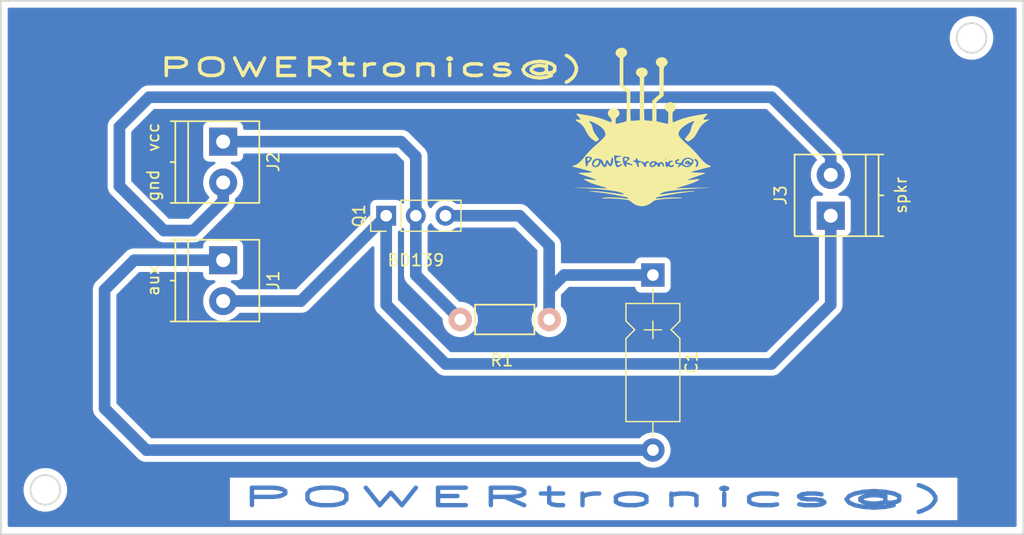
<source format=kicad_pcb>
(kicad_pcb (version 20171130) (host pcbnew "(5.1.6)-1")

  (general
    (thickness 1.6)
    (drawings 9)
    (tracks 32)
    (zones 0)
    (modules 7)
    (nets 6)
  )

  (page A4)
  (layers
    (0 F.Cu signal)
    (31 B.Cu signal)
    (32 B.Adhes user)
    (33 F.Adhes user)
    (34 B.Paste user)
    (35 F.Paste user)
    (36 B.SilkS user)
    (37 F.SilkS user)
    (38 B.Mask user)
    (39 F.Mask user)
    (40 Dwgs.User user)
    (41 Cmts.User user)
    (42 Eco1.User user)
    (43 Eco2.User user)
    (44 Edge.Cuts user)
    (45 Margin user)
    (46 B.CrtYd user)
    (47 F.CrtYd user)
    (48 B.Fab user)
    (49 F.Fab user)
  )

  (setup
    (last_trace_width 0.25)
    (user_trace_width 0.8)
    (user_trace_width 1)
    (user_trace_width 1.2)
    (trace_clearance 0.2)
    (zone_clearance 0.508)
    (zone_45_only no)
    (trace_min 0.2)
    (via_size 0.6)
    (via_drill 0.4)
    (via_min_size 0.4)
    (via_min_drill 0.3)
    (uvia_size 0.3)
    (uvia_drill 0.1)
    (uvias_allowed no)
    (uvia_min_size 0.2)
    (uvia_min_drill 0.1)
    (edge_width 0.15)
    (segment_width 0.2)
    (pcb_text_width 0.3)
    (pcb_text_size 1.5 1.5)
    (mod_edge_width 0.15)
    (mod_text_size 1 1)
    (mod_text_width 0.15)
    (pad_size 1.524 1.524)
    (pad_drill 0.762)
    (pad_to_mask_clearance 0.2)
    (aux_axis_origin 0 0)
    (visible_elements 7FFFFFFF)
    (pcbplotparams
      (layerselection 0x00030_ffffffff)
      (usegerberextensions false)
      (usegerberattributes true)
      (usegerberadvancedattributes true)
      (creategerberjobfile true)
      (excludeedgelayer true)
      (linewidth 0.100000)
      (plotframeref false)
      (viasonmask false)
      (mode 1)
      (useauxorigin false)
      (hpglpennumber 1)
      (hpglpenspeed 20)
      (hpglpendiameter 15.000000)
      (psnegative false)
      (psa4output false)
      (plotreference true)
      (plotvalue true)
      (plotinvisibletext false)
      (padsonsilk false)
      (subtractmaskfromsilk false)
      (outputformat 1)
      (mirror false)
      (drillshape 0)
      (scaleselection 1)
      (outputdirectory "./"))
  )

  (net 0 "")
  (net 1 "Net-(C1-Pad1)")
  (net 2 "Net-(C1-Pad2)")
  (net 3 "Net-(J1-Pad2)")
  (net 4 "Net-(J2-Pad2)")
  (net 5 "Net-(J2-Pad1)")

  (net_class Default "This is the default net class."
    (clearance 0.2)
    (trace_width 0.25)
    (via_dia 0.6)
    (via_drill 0.4)
    (uvia_dia 0.3)
    (uvia_drill 0.1)
    (add_net "Net-(C1-Pad1)")
    (add_net "Net-(C1-Pad2)")
    (add_net "Net-(J1-Pad2)")
    (add_net "Net-(J2-Pad1)")
    (add_net "Net-(J2-Pad2)")
  )

  (module "LOGI:LOGO PT" (layer F.Cu) (tedit 0) (tstamp 5EEDFCD6)
    (at 181.61 81.28)
    (fp_text reference G*** (at 0 0) (layer F.SilkS) hide
      (effects (font (size 1.524 1.524) (thickness 0.3)))
    )
    (fp_text value LOGO (at 0.75 0) (layer F.SilkS) hide
      (effects (font (size 1.524 1.524) (thickness 0.3)))
    )
    (fp_poly (pts (xy -1.277331 -6.757104) (xy -1.117159 -6.688983) (xy -0.996592 -6.562875) (xy -0.96718 -6.503165)
      (xy -0.933895 -6.321159) (xy -0.993473 -6.160494) (xy -1.121564 -6.029336) (xy -1.269707 -5.911061)
      (xy -1.268261 -4.760771) (xy -1.266816 -3.610482) (xy -0.963608 -3.349844) (xy -0.660401 -3.089207)
      (xy -0.6604 -1.798603) (xy -0.660128 -1.434093) (xy -0.658883 -1.145432) (xy -0.656022 -0.923805)
      (xy -0.650901 -0.760395) (xy -0.642878 -0.646385) (xy -0.63131 -0.572958) (xy -0.615553 -0.5313)
      (xy -0.594963 -0.512592) (xy -0.568899 -0.508019) (xy -0.566252 -0.508) (xy -0.466653 -0.512275)
      (xy -0.305335 -0.52335) (xy -0.159852 -0.535197) (xy 0.1524 -0.562394) (xy 0.1524 -4.238799)
      (xy 0.001727 -4.344451) (xy -0.13544 -4.486409) (xy -0.187536 -4.644574) (xy -0.162412 -4.80091)
      (xy -0.067917 -4.937378) (xy 0.0881 -5.035943) (xy 0.297791 -5.078567) (xy 0.321407 -5.079059)
      (xy 0.525408 -5.044103) (xy 0.682139 -4.949725) (xy 0.782643 -4.814918) (xy 0.81796 -4.658676)
      (xy 0.779133 -4.499993) (xy 0.6604 -4.360333) (xy 0.508 -4.241697) (xy 0.508 -2.396015)
      (xy 0.508205 -1.951873) (xy 0.509059 -1.585048) (xy 0.510915 -1.288189) (xy 0.514126 -1.053948)
      (xy 0.519047 -0.874976) (xy 0.526031 -0.743921) (xy 0.535433 -0.653435) (xy 0.547606 -0.596169)
      (xy 0.562905 -0.564772) (xy 0.581683 -0.551895) (xy 0.5969 -0.549965) (xy 0.696991 -0.544856)
      (xy 0.853973 -0.532227) (xy 0.9525 -0.522902) (xy 1.2192 -0.496207) (xy 1.2192 -2.250995)
      (xy 1.524 -2.515509) (xy 1.8288 -2.780024) (xy 1.8288 -3.947922) (xy 1.828799 -5.11582)
      (xy 1.6764 -5.24282) (xy 1.554522 -5.392293) (xy 1.518273 -5.549635) (xy 1.555328 -5.700227)
      (xy 1.653365 -5.82945) (xy 1.80006 -5.922685) (xy 1.983091 -5.965313) (xy 2.190135 -5.942716)
      (xy 2.249813 -5.923059) (xy 2.385358 -5.833612) (xy 2.491446 -5.697445) (xy 2.539486 -5.552498)
      (xy 2.54 -5.537971) (xy 2.500137 -5.407688) (xy 2.397582 -5.270755) (xy 2.275852 -5.172849)
      (xy 2.249367 -5.151486) (xy 2.228526 -5.116841) (xy 2.21266 -5.059497) (xy 2.201098 -4.970036)
      (xy 2.193173 -4.839041) (xy 2.188213 -4.657094) (xy 2.185551 -4.414778) (xy 2.184517 -4.102674)
      (xy 2.1844 -3.886033) (xy 2.1844 -2.654534) (xy 1.5748 -2.15124) (xy 1.5748 -1.310085)
      (xy 1.574799 -0.46893) (xy 1.7907 -0.421962) (xy 1.977476 -0.380045) (xy 2.188029 -0.331019)
      (xy 2.25712 -0.314497) (xy 2.408121 -0.279854) (xy 2.518038 -0.257964) (xy 2.54922 -0.254)
      (xy 2.565506 -0.293558) (xy 2.578799 -0.401156) (xy 2.587697 -0.560176) (xy 2.5908 -0.746286)
      (xy 2.5908 -1.238571) (xy 2.407385 -1.407753) (xy 2.298989 -1.51692) (xy 2.250568 -1.601007)
      (xy 2.246899 -1.691871) (xy 2.253221 -1.730384) (xy 2.329718 -1.904455) (xy 2.469549 -2.029608)
      (xy 2.650353 -2.098492) (xy 2.849772 -2.103756) (xy 3.045444 -2.03805) (xy 3.094902 -2.00707)
      (xy 3.197452 -1.919869) (xy 3.242381 -1.825198) (xy 3.2512 -1.70748) (xy 3.235379 -1.565446)
      (xy 3.173323 -1.460074) (xy 3.0988 -1.390487) (xy 3.030638 -1.330405) (xy 2.9866 -1.273696)
      (xy 2.961419 -1.200725) (xy 2.949827 -1.091854) (xy 2.946558 -0.927445) (xy 2.9464 -0.822243)
      (xy 2.94995 -0.640501) (xy 2.959548 -0.495122) (xy 2.973611 -0.403658) (xy 2.986162 -0.381)
      (xy 3.047582 -0.399563) (xy 3.172521 -0.4485) (xy 3.335278 -0.517684) (xy 3.354462 -0.526129)
      (xy 3.814893 -0.700009) (xy 4.357858 -0.850449) (xy 4.990979 -0.979511) (xy 5.102578 -0.998552)
      (xy 5.350104 -1.039991) (xy 5.569868 -1.077226) (xy 5.737807 -1.106149) (xy 5.8293 -1.122548)
      (xy 5.914416 -1.128747) (xy 5.934629 -1.097196) (xy 5.88795 -1.020379) (xy 5.77239 -0.890777)
      (xy 5.766293 -0.884374) (xy 5.644517 -0.748209) (xy 5.596292 -0.663638) (xy 5.62476 -0.621211)
      (xy 5.733069 -0.611478) (xy 5.8547 -0.618776) (xy 6.1214 -0.640897) (xy 5.969 -0.543886)
      (xy 5.674493 -0.339582) (xy 5.453378 -0.142669) (xy 5.283911 0.06918) (xy 5.159367 0.287446)
      (xy 5.015571 0.562745) (xy 4.88676 0.771603) (xy 4.761158 0.929252) (xy 4.626988 1.050929)
      (xy 4.506495 1.132053) (xy 4.278557 1.268464) (xy 4.145878 1.181493) (xy 4.055076 1.112432)
      (xy 4.013478 1.06197) (xy 4.0132 1.059515) (xy 4.039815 1.008774) (xy 4.109286 0.910823)
      (xy 4.197652 0.798004) (xy 4.365742 0.573498) (xy 4.476454 0.374555) (xy 4.545928 0.168303)
      (xy 4.573756 0.031976) (xy 4.638611 -0.1875) (xy 4.751858 -0.348426) (xy 4.833098 -0.444262)
      (xy 4.833259 -0.489924) (xy 4.753193 -0.485304) (xy 4.593754 -0.430295) (xy 4.481411 -0.382475)
      (xy 4.163241 -0.21751) (xy 3.889389 -0.029144) (xy 3.67218 0.170839) (xy 3.523942 0.370654)
      (xy 3.457001 0.558517) (xy 3.4544 0.599374) (xy 3.481599 0.722922) (xy 3.567024 0.87037)
      (xy 3.716417 1.048603) (xy 3.935518 1.264507) (xy 4.2164 1.513295) (xy 4.442308 1.715748)
      (xy 4.675209 1.940232) (xy 4.889275 2.16092) (xy 5.058677 2.351987) (xy 5.074317 2.371128)
      (xy 5.329121 2.676234) (xy 5.546362 2.912712) (xy 5.733696 3.087755) (xy 5.898776 3.208552)
      (xy 6.040867 3.279205) (xy 6.187772 3.342329) (xy 6.239201 3.388821) (xy 6.197579 3.424705)
      (xy 6.1087 3.447888) (xy 5.964937 3.479999) (xy 5.769527 3.528033) (xy 5.541284 3.58685)
      (xy 5.299024 3.651309) (xy 5.061561 3.71627) (xy 4.84771 3.776593) (xy 4.676286 3.827137)
      (xy 4.566104 3.862761) (xy 4.534917 3.877875) (xy 4.609793 3.898372) (xy 4.772195 3.915169)
      (xy 5.008101 3.927328) (xy 5.303491 3.933912) (xy 5.38226 3.934561) (xy 5.569463 3.939409)
      (xy 5.703491 3.95028) (xy 5.764333 3.9652) (xy 5.76326 3.972191) (xy 5.702133 3.999452)
      (xy 5.563602 4.052557) (xy 5.364343 4.125379) (xy 5.121032 4.211795) (xy 4.9276 4.279108)
      (xy 4.674852 4.368924) (xy 4.468019 4.4475) (xy 4.319846 4.509565) (xy 4.243075 4.549845)
      (xy 4.2418 4.562861) (xy 4.335385 4.562148) (xy 4.500608 4.55013) (xy 4.708828 4.529119)
      (xy 4.814865 4.516614) (xy 5.027907 4.494015) (xy 5.183072 4.485089) (xy 5.26335 4.490524)
      (xy 5.270365 4.498253) (xy 5.206602 4.55785) (xy 5.064299 4.638035) (xy 4.860772 4.731324)
      (xy 4.613331 4.830231) (xy 4.339292 4.927271) (xy 4.1148 4.997861) (xy 3.868903 5.07129)
      (xy 3.641197 5.140531) (xy 3.458314 5.197411) (xy 3.3528 5.231708) (xy 3.175 5.292754)
      (xy 3.429 5.271977) (xy 3.552182 5.265236) (xy 3.758944 5.257678) (xy 4.031278 5.249795)
      (xy 4.351176 5.242082) (xy 4.700629 5.235034) (xy 4.9022 5.231566) (xy 6.1214 5.211932)
      (xy 5.101067 5.269309) (xy 4.63175 5.299216) (xy 4.160893 5.335691) (xy 3.704868 5.376989)
      (xy 3.280047 5.421362) (xy 2.902803 5.467064) (xy 2.589509 5.512351) (xy 2.356536 5.555475)
      (xy 2.306148 5.567375) (xy 2.157343 5.613434) (xy 2.019258 5.669672) (xy 1.9109 5.725792)
      (xy 1.851273 5.771499) (xy 1.859381 5.796498) (xy 1.8796 5.798445) (xy 1.957866 5.791717)
      (xy 2.112992 5.772946) (xy 2.321843 5.745083) (xy 2.54 5.714181) (xy 2.950337 5.658325)
      (xy 3.366791 5.608476) (xy 3.768631 5.566606) (xy 4.135124 5.534686) (xy 4.445541 5.514689)
      (xy 4.67915 5.508587) (xy 4.698688 5.508838) (xy 4.80928 5.512453) (xy 4.844652 5.518891)
      (xy 4.798563 5.529451) (xy 4.664775 5.545432) (xy 4.437046 5.568132) (xy 4.3942 5.572216)
      (xy 4.11074 5.60332) (xy 3.783396 5.646127) (xy 3.428357 5.697822) (xy 3.061812 5.755593)
      (xy 2.69995 5.816627) (xy 2.358959 5.878109) (xy 2.055029 5.937228) (xy 1.804347 5.991169)
      (xy 1.623103 6.037119) (xy 1.532273 6.06956) (xy 1.47984 6.114175) (xy 1.516577 6.14075)
      (xy 1.632092 6.148126) (xy 1.815996 6.135142) (xy 1.956235 6.11689) (xy 2.164018 6.093976)
      (xy 2.42565 6.076756) (xy 2.717247 6.065506) (xy 3.014927 6.060503) (xy 3.294804 6.062024)
      (xy 3.532997 6.070345) (xy 3.705621 6.085744) (xy 3.7592 6.096) (xy 3.762575 6.109245)
      (xy 3.672228 6.120437) (xy 3.49602 6.129083) (xy 3.24181 6.134687) (xy 3.1242 6.135934)
      (xy 2.689441 6.146733) (xy 2.285368 6.170816) (xy 1.943655 6.206161) (xy 1.8796 6.215308)
      (xy 1.651853 6.251844) (xy 1.495638 6.285666) (xy 1.382194 6.327595) (xy 1.282758 6.38845)
      (xy 1.168569 6.479049) (xy 1.1604 6.485851) (xy 0.934805 6.642657) (xy 0.698104 6.738223)
      (xy 0.65588 6.749363) (xy 0.489035 6.789099) (xy 0.375906 6.806256) (xy 0.27282 6.802378)
      (xy 0.136105 6.779009) (xy 0.087249 6.769457) (xy -0.174045 6.697725) (xy -0.390066 6.585354)
      (xy -0.567357 6.444519) (xy -0.653938 6.37003) (xy -0.733244 6.318447) (xy -0.829132 6.282045)
      (xy -0.965456 6.2531) (xy -1.166072 6.223887) (xy -1.303957 6.205995) (xy -1.581846 6.177524)
      (xy -1.916533 6.153989) (xy -2.263252 6.138052) (xy -2.54 6.132441) (xy -2.819108 6.129472)
      (xy -3.00186 6.123238) (xy -3.093443 6.113337) (xy -3.099042 6.09937) (xy -3.0734 6.091276)
      (xy -2.894464 6.064889) (xy -2.639276 6.051572) (xy -2.331801 6.050467) (xy -1.996004 6.060717)
      (xy -1.655849 6.081463) (xy -1.335302 6.111849) (xy -1.058326 6.151017) (xy -0.9779 6.166272)
      (xy -0.88614 6.167439) (xy -0.8636 6.126285) (xy -0.869194 6.090842) (xy -0.896916 6.062286)
      (xy -0.963181 6.035096) (xy -1.084403 6.003752) (xy -1.276995 5.962733) (xy -1.458377 5.926242)
      (xy -1.989383 5.823775) (xy -2.455759 5.74207) (xy -2.889645 5.676092) (xy -3.32318 5.620804)
      (xy -3.6068 5.58959) (xy -3.880179 5.560108) (xy -4.058247 5.538376) (xy -4.146738 5.52331)
      (xy -4.151387 5.513826) (xy -4.077927 5.508839) (xy -4.038289 5.508008) (xy -3.813282 5.51294)
      (xy -3.509458 5.531876) (xy -3.147767 5.562813) (xy -2.749161 5.603753) (xy -2.334592 5.652692)
      (xy -1.925009 5.707631) (xy -1.8796 5.714181) (xy -1.612 5.752969) (xy -1.428618 5.778518)
      (xy -1.313551 5.791977) (xy -1.250896 5.794498) (xy -1.224749 5.787234) (xy -1.219208 5.771334)
      (xy -1.2192 5.761996) (xy -1.265896 5.713768) (xy -1.392854 5.656574) (xy -1.580385 5.596623)
      (xy -1.808795 5.540124) (xy -2.058394 5.493288) (xy -2.083705 5.489383) (xy -2.48055 5.434023)
      (xy -2.892014 5.386463) (xy -3.339482 5.344724) (xy -3.844343 5.306825) (xy -4.427984 5.270784)
      (xy -4.4704 5.268389) (xy -5.461 5.212736) (xy -4.2418 5.231467) (xy -3.88557 5.237729)
      (xy -3.55059 5.245086) (xy -3.254431 5.253038) (xy -3.014662 5.261085) (xy -2.848854 5.268726)
      (xy -2.794 5.272724) (xy -2.668769 5.280689) (xy -2.628142 5.270883) (xy -2.6749 5.241999)
      (xy -2.811826 5.192736) (xy -3.041701 5.121787) (xy -3.237251 5.064865) (xy -3.479459 4.9936)
      (xy -3.712362 4.921924) (xy -3.902508 4.860275) (xy -3.982511 4.832311) (xy -4.1256 4.772967)
      (xy -4.28609 4.696581) (xy -4.441719 4.615222) (xy -4.570222 4.540953) (xy -4.649335 4.485842)
      (xy -4.662374 4.463867) (xy -4.607533 4.463454) (xy -4.476014 4.47517) (xy -4.291257 4.496727)
      (xy -4.188904 4.510119) (xy -3.904122 4.546861) (xy -3.706138 4.567083) (xy -3.596142 4.568794)
      (xy -3.575328 4.550003) (xy -3.64489 4.508715) (xy -3.806018 4.44294) (xy -4.059907 4.350686)
      (xy -4.3434 4.252073) (xy -4.594878 4.164345) (xy -4.813891 4.085732) (xy -4.982728 4.022762)
      (xy -5.083678 3.981964) (xy -5.102861 3.972144) (xy -5.076711 3.95704) (xy -4.96786 3.944147)
      (xy -4.795207 3.935124) (xy -4.645661 3.931992) (xy -4.323383 3.926756) (xy -4.10194 3.916592)
      (xy -3.980599 3.898731) (xy -3.958627 3.8704) (xy -4.035292 3.828831) (xy -4.209862 3.771251)
      (xy -4.481604 3.694892) (xy -4.576243 3.669437) (xy -4.834457 3.600897) (xy -5.057569 3.542634)
      (xy -5.228132 3.499129) (xy -5.3287 3.474863) (xy -5.347636 3.471334) (xy -5.412284 3.457397)
      (xy -5.521193 3.424862) (xy -5.6642 3.37839) (xy -5.402805 3.281042) (xy -5.269729 3.222203)
      (xy -5.141065 3.14244) (xy -5.006021 3.031718) (xy -4.853807 2.880005) (xy -4.798032 2.817246)
      (xy -4.537064 2.817246) (xy -4.516661 3.055223) (xy -4.490284 3.25162) (xy -4.455609 3.369686)
      (xy -4.408028 3.416324) (xy -4.364208 3.389338) (xy -4.340813 3.286534) (xy -4.340223 3.271376)
      (xy -4.311903 3.179467) (xy -3.9624 3.179467) (xy -3.926295 3.337205) (xy -3.82611 3.433467)
      (xy -3.674043 3.462706) (xy -3.482291 3.419376) (xy -3.457385 3.40912) (xy -3.335769 3.323142)
      (xy -3.251981 3.208036) (xy -3.190946 3.069167) (xy -3.09932 3.242877) (xy -3.004752 3.376898)
      (xy -2.900808 3.450874) (xy -2.803108 3.454255) (xy -2.793122 3.449715) (xy -2.750627 3.398299)
      (xy -2.700162 3.299463) (xy -2.690678 3.276483) (xy -2.630743 3.125146) (xy -2.535318 3.255906)
      (xy -2.454941 3.351828) (xy -2.388794 3.381846) (xy -2.309056 3.357131) (xy -2.297772 3.351292)
      (xy -2.236448 3.284436) (xy -2.18655 3.168487) (xy -2.150952 3.025522) (xy -2.13253 2.877618)
      (xy -2.134157 2.74685) (xy -2.15871 2.655295) (xy -2.203154 2.624667) (xy -2.255591 2.663756)
      (xy -2.299152 2.768119) (xy -2.327899 2.918396) (xy -2.336241 3.058584) (xy -2.351872 3.151558)
      (xy -2.393062 3.166268) (xy -2.45317 3.104753) (xy -2.508673 3.005667) (xy -2.587813 2.882856)
      (xy -2.663346 2.840448) (xy -2.72709 2.878772) (xy -2.770257 2.995084) (xy -2.811033 3.160219)
      (xy -2.85262 3.241085) (xy -2.897991 3.238059) (xy -2.950119 3.151521) (xy -2.998129 3.02407)
      (xy -3.052685 2.904621) (xy -3.116213 2.824403) (xy -3.144797 2.808223) (xy -3.260696 2.770301)
      (xy -3.314011 2.748577) (xy -3.492161 2.710671) (xy -3.664155 2.744797) (xy -3.811867 2.838912)
      (xy -3.917173 2.980969) (xy -3.961948 3.158924) (xy -3.9624 3.179467) (xy -4.311903 3.179467)
      (xy -4.30341 3.151905) (xy -4.189553 3.027276) (xy -4.149723 2.994726) (xy -4.01315 2.855455)
      (xy -3.961872 2.724946) (xy -3.999371 2.614325) (xy -4.02336 2.5908) (xy -4.119799 2.554885)
      (xy -4.264222 2.541411) (xy -4.408207 2.551026) (xy -4.503332 2.584377) (xy -4.503346 2.584388)
      (xy -4.53263 2.660089) (xy -4.537064 2.817246) (xy -4.798032 2.817246) (xy -4.673629 2.677266)
      (xy -4.489445 2.455334) (xy -2.078014 2.455334) (xy -2.050787 2.677584) (xy -2.007371 2.978786)
      (xy -1.959369 3.202046) (xy -1.904306 3.354072) (xy -1.839712 3.441569) (xy -1.763114 3.471245)
      (xy -1.758173 3.471334) (xy -1.68349 3.449073) (xy -1.563867 3.393021) (xy -1.510393 3.363974)
      (xy -1.372096 3.27034) (xy -1.320171 3.203978) (xy -1.348736 3.175067) (xy -1.451908 3.193781)
      (xy -1.5781 3.246858) (xy -1.695745 3.294867) (xy -1.757058 3.282164) (xy -1.785444 3.200508)
      (xy -1.789605 3.172385) (xy -1.784409 3.100062) (xy -1.724171 3.066793) (xy -1.635217 3.05571)
      (xy -1.516815 3.031454) (xy -1.488789 2.993825) (xy -1.544947 2.955763) (xy -1.679097 2.930208)
      (xy -1.695901 2.928885) (xy -1.819449 2.914988) (xy -1.869266 2.879103) (xy -1.873045 2.794259)
      (xy -1.869774 2.759552) (xy -1.861838 2.708212) (xy -1.312166 2.708212) (xy -1.308129 2.954766)
      (xy -1.246797 3.188853) (xy -1.166162 3.337225) (xy -1.078308 3.429141) (xy -1.014692 3.444383)
      (xy -0.988031 3.385748) (xy -0.998614 3.300359) (xy -1.015279 3.216437) (xy -0.998116 3.183204)
      (xy -0.926561 3.194405) (xy -0.795236 3.2385) (xy -0.655132 3.28021) (xy -0.544365 3.301352)
      (xy -0.530799 3.302) (xy -0.463264 3.286351) (xy -0.477625 3.245641) (xy -0.562953 3.189229)
      (xy -0.708318 3.126472) (xy -0.75484 3.11019) (xy -1.019713 3.021461) (xy -0.929987 2.943219)
      (xy -0.425772 2.943219) (xy -0.3555 2.994611) (xy -0.310076 3.010478) (xy -0.195905 3.062686)
      (xy -0.137411 3.152555) (xy -0.121842 3.210466) (xy -0.075133 3.355964) (xy -0.015531 3.436814)
      (xy 0.049497 3.444172) (xy 0.06614 3.43315) (xy 0.086138 3.357516) (xy 0.05324 3.264577)
      (xy 0.013953 3.146824) (xy 0.048862 3.077359) (xy 0.16718 3.039389) (xy 0.17773 3.03765)
      (xy 0.260365 3.035225) (xy 0.321381 3.07195) (xy 0.384262 3.165424) (xy 0.409056 3.211031)
      (xy 0.507242 3.366943) (xy 0.592385 3.446971) (xy 0.658587 3.450216) (xy 0.699951 3.375775)
      (xy 0.7112 3.257168) (xy 0.712165 3.242635) (xy 0.958108 3.242635) (xy 0.99341 3.357043)
      (xy 1.090968 3.440209) (xy 1.227992 3.470046) (xy 1.315378 3.442607) (xy 1.429439 3.372581)
      (xy 1.464106 3.345399) (xy 1.615227 3.219464) (xy 1.646781 3.324232) (xy 1.702653 3.404979)
      (xy 1.783028 3.432553) (xy 1.853599 3.405556) (xy 1.880377 3.33375) (xy 1.90422 3.209311)
      (xy 1.959088 3.150141) (xy 2.023808 3.159762) (xy 2.07721 3.241695) (xy 2.091198 3.298684)
      (xy 2.128343 3.391046) (xy 2.181498 3.419052) (xy 2.224718 3.379774) (xy 2.2352 3.314947)
      (xy 2.204632 3.176164) (xy 2.155381 3.110702) (xy 2.338447 3.110702) (xy 2.344942 3.237434)
      (xy 2.370405 3.349866) (xy 2.389387 3.38945) (xy 2.457185 3.458067) (xy 2.515902 3.463374)
      (xy 2.54 3.405433) (xy 2.549182 3.363198) (xy 2.594713 3.373139) (xy 2.652903 3.405433)
      (xy 2.80767 3.465231) (xy 2.939841 3.445223) (xy 3.019703 3.389334) (xy 3.081344 3.304065)
      (xy 3.06479 3.254093) (xy 2.984848 3.256252) (xy 2.92552 3.282258) (xy 2.834085 3.323057)
      (xy 2.776466 3.310349) (xy 2.742901 3.280534) (xy 2.708228 3.18951) (xy 2.743021 3.091562)
      (xy 2.820538 3.026993) (xy 3.1496 3.026993) (xy 3.191267 3.124412) (xy 3.290662 3.192219)
      (xy 3.409377 3.206653) (xy 3.431342 3.201276) (xy 3.509678 3.197152) (xy 3.524204 3.240388)
      (xy 3.470933 3.309911) (xy 3.4544 3.323167) (xy 3.389695 3.397354) (xy 3.39454 3.454318)
      (xy 3.448542 3.471334) (xy 3.506563 3.443341) (xy 3.595832 3.375121) (xy 3.605259 3.366866)
      (xy 3.72303 3.262399) (xy 3.872012 3.366866) (xy 4.060251 3.455084) (xy 4.254951 3.458904)
      (xy 4.411761 3.40426) (xy 4.613219 3.257974) (xy 4.733028 3.061607) (xy 4.747144 3.015742)
      (xy 4.759173 2.916159) (xy 4.720263 2.835928) (xy 4.647861 2.767868) (xy 4.789195 2.767868)
      (xy 4.79472 2.817958) (xy 4.890149 2.904167) (xy 4.907333 2.916805) (xy 4.998331 3.002608)
      (xy 5.014245 3.089812) (xy 5.005854 3.125523) (xy 4.956856 3.299651) (xy 4.935784 3.405611)
      (xy 4.941807 3.456436) (xy 4.974097 3.465164) (xy 4.984384 3.4628) (xy 5.058826 3.413022)
      (xy 5.117351 3.34099) (xy 5.168664 3.193825) (xy 5.162023 3.039275) (xy 5.106576 2.899409)
      (xy 5.011469 2.796299) (xy 4.885849 2.752013) (xy 4.873112 2.751667) (xy 4.789195 2.767868)
      (xy 4.647861 2.767868) (xy 4.63072 2.751755) (xy 4.45214 2.655598) (xy 4.251956 2.629443)
      (xy 4.054948 2.66796) (xy 3.885894 2.765822) (xy 3.769573 2.9177) (xy 3.760497 2.93889)
      (xy 3.711394 3.037751) (xy 3.644362 3.080525) (xy 3.519908 3.090285) (xy 3.50126 3.090334)
      (xy 3.35722 3.071881) (xy 3.299264 3.025378) (xy 3.332696 2.964104) (xy 3.430315 2.912798)
      (xy 3.522514 2.855499) (xy 3.529892 2.798376) (xy 3.450054 2.761167) (xy 3.448741 2.760952)
      (xy 3.348057 2.781957) (xy 3.244658 2.855577) (xy 3.169276 2.954478) (xy 3.1496 3.026993)
      (xy 2.820538 3.026993) (xy 2.827911 3.020852) (xy 2.898744 3.005667) (xy 2.975576 2.985768)
      (xy 2.977872 2.942458) (xy 2.914794 2.900319) (xy 2.854277 2.886388) (xy 2.731888 2.910271)
      (xy 2.62126 2.98395) (xy 2.538187 3.054446) (xy 2.496668 3.065962) (xy 2.470279 3.022445)
      (xy 2.464446 3.007364) (xy 2.42044 2.948011) (xy 2.383942 2.944051) (xy 2.351315 3.002098)
      (xy 2.338447 3.110702) (xy 2.155381 3.110702) (xy 2.12642 3.072209) (xy 2.020801 3.015472)
      (xy 1.908011 3.018344) (xy 1.830688 3.067271) (xy 1.764275 3.106328) (xy 1.674652 3.084755)
      (xy 1.659367 3.077854) (xy 1.556875 3.017106) (xy 1.508775 2.973917) (xy 1.418722 2.926999)
      (xy 1.28351 2.932285) (xy 1.135286 2.987042) (xy 1.09905 3.008739) (xy 0.991256 3.119146)
      (xy 0.958108 3.242635) (xy 0.712165 3.242635) (xy 0.718377 3.149096) (xy 0.752057 3.101472)
      (xy 0.83046 3.090362) (xy 0.8382 3.090334) (xy 0.943224 3.073162) (xy 0.954416 3.024927)
      (xy 0.886875 2.961864) (xy 0.818447 2.933851) (xy 0.736743 2.955749) (xy 0.660663 2.998811)
      (xy 0.558391 3.054802) (xy 0.502375 3.058842) (xy 0.469757 3.025869) (xy 0.396449 2.980131)
      (xy 0.262716 2.940583) (xy 0.200932 2.929689) (xy 0.057796 2.902507) (xy -0.01472 2.861797)
      (xy -0.047359 2.788282) (xy -0.051036 2.771699) (xy -0.063671 2.741795) (xy 2.307292 2.741795)
      (xy 2.314081 2.755283) (xy 2.375753 2.776256) (xy 2.391938 2.770599) (xy 2.417107 2.719205)
      (xy 2.410318 2.705718) (xy 2.348646 2.684744) (xy 2.332461 2.690401) (xy 2.307292 2.741795)
      (xy -0.063671 2.741795) (xy -0.09086 2.677452) (xy -0.141704 2.662618) (xy -0.184149 2.727222)
      (xy -0.193875 2.771517) (xy -0.238695 2.859622) (xy -0.305177 2.878667) (xy -0.408756 2.89806)
      (xy -0.425772 2.943219) (xy -0.929987 2.943219) (xy -0.865457 2.886949) (xy -0.771094 2.795885)
      (xy -0.716563 2.726264) (xy -0.7112 2.710695) (xy -0.756016 2.646951) (xy -0.867228 2.589846)
      (xy -1.009984 2.553054) (xy -1.126705 2.547678) (xy -1.242352 2.566589) (xy -1.293894 2.616936)
      (xy -1.312166 2.708212) (xy -1.861838 2.708212) (xy -1.855442 2.666846) (xy -1.81808 2.61777)
      (xy -1.73002 2.59392) (xy -1.6002 2.580242) (xy -1.453424 2.565541) (xy -1.396459 2.552232)
      (xy -1.418081 2.532821) (xy -1.489208 2.506159) (xy -1.633304 2.473537) (xy -1.811867 2.456194)
      (xy -1.855114 2.455334) (xy -2.078014 2.455334) (xy -4.489445 2.455334) (xy -4.454698 2.413467)
      (xy -4.408862 2.356893) (xy -4.257445 2.184332) (xy -4.057036 1.976933) (xy -3.831746 1.758657)
      (xy -3.605684 1.553464) (xy -3.564816 1.518089) (xy -3.291413 1.278271) (xy -3.086526 1.085098)
      (xy -2.942296 0.929377) (xy -2.850866 0.801916) (xy -2.804377 0.693522) (xy -2.794261 0.616616)
      (xy -2.841831 0.415932) (xy -2.978832 0.206393) (xy -3.19549 -0.00259) (xy -3.48203 -0.201608)
      (xy -3.828674 -0.38125) (xy -3.832652 -0.383024) (xy -4.027603 -0.461331) (xy -4.152216 -0.492981)
      (xy -4.202176 -0.478519) (xy -4.173167 -0.418495) (xy -4.102596 -0.348808) (xy -3.982087 -0.182558)
      (xy -3.933973 -0.021166) (xy -3.868799 0.240917) (xy -3.761587 0.480069) (xy -3.596078 0.730523)
      (xy -3.5457 0.796342) (xy -3.336465 1.063963) (xy -3.468183 1.173728) (xy -3.5999 1.283492)
      (xy -3.8548 1.121502) (xy -4.058589 0.961223) (xy -4.240248 0.749244) (xy -4.409006 0.473358)
      (xy -4.524137 0.236271) (xy -4.688528 -0.027739) (xy -4.927537 -0.274053) (xy -5.207831 -0.471466)
      (xy -5.337948 -0.555521) (xy -5.374138 -0.607678) (xy -5.315977 -0.629154) (xy -5.163044 -0.621169)
      (xy -5.1562 -0.620397) (xy -5.012928 -0.610275) (xy -4.944447 -0.627845) (xy -4.948818 -0.682886)
      (xy -5.024101 -0.785175) (xy -5.1054 -0.87646) (xy -5.22242 -1.011506) (xy -5.272812 -1.09244)
      (xy -5.258701 -1.127485) (xy -5.182208 -1.124866) (xy -5.1689 -1.122405) (xy -5.076754 -1.106012)
      (xy -4.908161 -1.077378) (xy -4.686411 -1.040413) (xy -4.434793 -0.999029) (xy -4.412627 -0.995409)
      (xy -3.852306 -0.890196) (xy -3.361373 -0.766514) (xy -2.908314 -0.615793) (xy -2.674071 -0.522562)
      (xy -2.505069 -0.456161) (xy -2.372571 -0.41256) (xy -2.300644 -0.399468) (xy -2.295509 -0.401298)
      (xy -2.263368 -0.480773) (xy -2.279618 -0.600528) (xy -2.334973 -0.731145) (xy -2.420145 -0.843203)
      (xy -2.440784 -0.861489) (xy -2.560769 -1.011261) (xy -2.594796 -1.178438) (xy -2.547266 -1.341716)
      (xy -2.422582 -1.479793) (xy -2.299088 -1.547198) (xy -2.092378 -1.587088) (xy -1.895156 -1.548911)
      (xy -1.727513 -1.438805) (xy -1.655771 -1.350694) (xy -1.58926 -1.180274) (xy -1.621327 -1.020821)
      (xy -1.753377 -0.866656) (xy -1.78091 -0.844402) (xy -1.869373 -0.76428) (xy -1.914156 -0.680696)
      (xy -1.929402 -0.560212) (xy -1.9304 -0.491015) (xy -1.925227 -0.362184) (xy -1.911862 -0.276103)
      (xy -1.898411 -0.254) (xy -1.810444 -0.265903) (xy -1.662895 -0.296845) (xy -1.483668 -0.339671)
      (xy -1.30067 -0.387228) (xy -1.141805 -0.432362) (xy -1.034978 -0.46792) (xy -1.006565 -0.482628)
      (xy -0.997455 -0.534539) (xy -0.988997 -0.659967) (xy -0.981534 -0.847763) (xy -0.975409 -1.086778)
      (xy -0.970964 -1.365862) (xy -0.968541 -1.673866) (xy -0.968359 -1.726752) (xy -0.964988 -2.928144)
      (xy -1.269894 -3.192751) (xy -1.5748 -3.457357) (xy -1.5748 -4.673688) (xy -1.574801 -5.890019)
      (xy -1.752601 -6.029758) (xy -1.867511 -6.134297) (xy -1.919337 -6.232551) (xy -1.9304 -6.347672)
      (xy -1.890147 -6.518157) (xy -1.783517 -6.647765) (xy -1.631707 -6.733074) (xy -1.455913 -6.770661)
      (xy -1.277331 -6.757104)) (layer F.SilkS) (width 0.01))
    (fp_poly (pts (xy -3.416414 2.841677) (xy -3.362471 2.919271) (xy -3.3528 3.005141) (xy -3.384375 3.127973)
      (xy -3.464517 3.236429) (xy -3.571353 3.31444) (xy -3.683009 3.345939) (xy -3.776134 3.316111)
      (xy -3.81823 3.227103) (xy -3.797195 3.106611) (xy -3.721946 2.982843) (xy -3.649248 2.914786)
      (xy -3.513579 2.839703) (xy -3.416414 2.841677)) (layer F.SilkS) (width 0.01))
    (fp_poly (pts (xy -0.943183 2.695438) (xy -0.912007 2.761873) (xy -0.951743 2.837994) (xy -1.012661 2.877177)
      (xy -1.114802 2.914844) (xy -1.158651 2.894949) (xy -1.168373 2.804586) (xy -1.1684 2.794)
      (xy -1.154732 2.703237) (xy -1.096628 2.670033) (xy -1.0414 2.667) (xy -0.943183 2.695438)) (layer F.SilkS) (width 0.01))
    (fp_poly (pts (xy 1.414458 3.078684) (xy 1.415563 3.150924) (xy 1.370602 3.235001) (xy 1.329499 3.274272)
      (xy 1.217337 3.335588) (xy 1.142196 3.329712) (xy 1.1176 3.266228) (xy 1.156179 3.176753)
      (xy 1.245997 3.092808) (xy 1.348176 3.048979) (xy 1.3629 3.048) (xy 1.414458 3.078684)) (layer F.SilkS) (width 0.01))
    (fp_poly (pts (xy 4.439025 2.769143) (xy 4.556647 2.840942) (xy 4.615394 2.938249) (xy 4.614294 2.989542)
      (xy 4.566877 3.063546) (xy 4.496862 3.076862) (xy 4.440887 3.024639) (xy 4.436637 3.013055)
      (xy 4.369816 2.926013) (xy 4.261854 2.89916) (xy 4.140618 2.930543) (xy 4.033971 3.018209)
      (xy 4.016741 3.042485) (xy 3.999203 3.131295) (xy 4.071642 3.191269) (xy 4.226337 3.216814)
      (xy 4.25818 3.217334) (xy 4.369491 3.222456) (xy 4.396599 3.244348) (xy 4.3688 3.280834)
      (xy 4.254585 3.336552) (xy 4.109931 3.331587) (xy 3.972731 3.267912) (xy 3.9624 3.259667)
      (xy 3.887663 3.182298) (xy 3.8608 3.128481) (xy 3.895166 3.018253) (xy 3.979156 2.893465)
      (xy 4.084107 2.791767) (xy 4.142446 2.758516) (xy 4.29135 2.736963) (xy 4.439025 2.769143)) (layer F.SilkS) (width 0.01))
    (fp_poly (pts (xy 4.249737 3.073935) (xy 4.2418 3.090334) (xy 4.19615 3.130719) (xy 4.188001 3.132667)
      (xy 4.166182 3.099914) (xy 4.1656 3.090334) (xy 4.204652 3.049627) (xy 4.219398 3.048)
      (xy 4.249737 3.073935)) (layer F.SilkS) (width 0.01))
    (fp_poly (pts (xy -4.152085 2.675869) (xy -4.127091 2.748119) (xy -4.174051 2.835798) (xy -4.192092 2.852362)
      (xy -4.291378 2.913888) (xy -4.348213 2.898531) (xy -4.361491 2.806747) (xy -4.359319 2.783417)
      (xy -4.331291 2.683621) (xy -4.267983 2.647315) (xy -4.242496 2.645834) (xy -4.152085 2.675869)) (layer F.SilkS) (width 0.01))
  )

  (module Capacitors_THT:CP_Axial_L10.0mm_D4.5mm_P15.00mm_Horizontal (layer F.Cu) (tedit 597BC7C3) (tstamp 5E76027B)
    (at 182.88 93.98 270)
    (descr "CP, Axial series, Axial, Horizontal, pin pitch=15mm, , length*diameter=10*4.5mm^2, Electrolytic Capacitor, , http://www.vishay.com/docs/28325/021asm.pdf")
    (tags "CP Axial series Axial Horizontal pin pitch 15mm  length 10mm diameter 4.5mm Electrolytic Capacitor")
    (path /5E75FEDD)
    (fp_text reference C1 (at 7.5 -3.31 270) (layer F.SilkS)
      (effects (font (size 1 1) (thickness 0.15)))
    )
    (fp_text value CP (at 7.5 3.31 270) (layer F.Fab)
      (effects (font (size 1 1) (thickness 0.15)))
    )
    (fp_line (start 16.25 -2.6) (end -1.25 -2.6) (layer F.CrtYd) (width 0.05))
    (fp_line (start 16.25 2.6) (end 16.25 -2.6) (layer F.CrtYd) (width 0.05))
    (fp_line (start -1.25 2.6) (end 16.25 2.6) (layer F.CrtYd) (width 0.05))
    (fp_line (start -1.25 -2.6) (end -1.25 2.6) (layer F.CrtYd) (width 0.05))
    (fp_line (start 13.82 0) (end 12.56 0) (layer F.SilkS) (width 0.12))
    (fp_line (start 1.18 0) (end 2.44 0) (layer F.SilkS) (width 0.12))
    (fp_line (start 5.44 2.31) (end 12.56 2.31) (layer F.SilkS) (width 0.12))
    (fp_line (start 4.69 1.56) (end 5.44 2.31) (layer F.SilkS) (width 0.12))
    (fp_line (start 3.94 2.31) (end 4.69 1.56) (layer F.SilkS) (width 0.12))
    (fp_line (start 2.44 2.31) (end 3.94 2.31) (layer F.SilkS) (width 0.12))
    (fp_line (start 5.44 -2.31) (end 12.56 -2.31) (layer F.SilkS) (width 0.12))
    (fp_line (start 4.69 -1.56) (end 5.44 -2.31) (layer F.SilkS) (width 0.12))
    (fp_line (start 3.94 -2.31) (end 4.69 -1.56) (layer F.SilkS) (width 0.12))
    (fp_line (start 2.44 -2.31) (end 3.94 -2.31) (layer F.SilkS) (width 0.12))
    (fp_line (start 12.56 -2.31) (end 12.56 2.31) (layer F.SilkS) (width 0.12))
    (fp_line (start 2.44 -2.31) (end 2.44 2.31) (layer F.SilkS) (width 0.12))
    (fp_line (start 4.7 -0.75) (end 4.7 0.75) (layer F.SilkS) (width 0.12))
    (fp_line (start 3.95 0) (end 5.45 0) (layer F.SilkS) (width 0.12))
    (fp_line (start 4.7 -0.75) (end 4.7 0.75) (layer F.Fab) (width 0.1))
    (fp_line (start 3.95 0) (end 5.45 0) (layer F.Fab) (width 0.1))
    (fp_line (start 15 0) (end 12.5 0) (layer F.Fab) (width 0.1))
    (fp_line (start 0 0) (end 2.5 0) (layer F.Fab) (width 0.1))
    (fp_line (start 5.44 2.25) (end 12.5 2.25) (layer F.Fab) (width 0.1))
    (fp_line (start 4.69 1.5) (end 5.44 2.25) (layer F.Fab) (width 0.1))
    (fp_line (start 3.94 2.25) (end 4.69 1.5) (layer F.Fab) (width 0.1))
    (fp_line (start 2.5 2.25) (end 3.94 2.25) (layer F.Fab) (width 0.1))
    (fp_line (start 5.44 -2.25) (end 12.5 -2.25) (layer F.Fab) (width 0.1))
    (fp_line (start 4.69 -1.5) (end 5.44 -2.25) (layer F.Fab) (width 0.1))
    (fp_line (start 3.94 -2.25) (end 4.69 -1.5) (layer F.Fab) (width 0.1))
    (fp_line (start 2.5 -2.25) (end 3.94 -2.25) (layer F.Fab) (width 0.1))
    (fp_line (start 12.5 -2.25) (end 12.5 2.25) (layer F.Fab) (width 0.1))
    (fp_line (start 2.5 -2.25) (end 2.5 2.25) (layer F.Fab) (width 0.1))
    (fp_text user %R (at 7.5 0 270) (layer F.Fab)
      (effects (font (size 1 1) (thickness 0.15)))
    )
    (pad 1 thru_hole rect (at 0 0 270) (size 2 2) (drill 1) (layers *.Cu *.Mask)
      (net 1 "Net-(C1-Pad1)"))
    (pad 2 thru_hole oval (at 15 0 270) (size 2 2) (drill 1) (layers *.Cu *.Mask)
      (net 2 "Net-(C1-Pad2)"))
    (model ${KISYS3DMOD}/Capacitors_THT.3dshapes/CP_Axial_L10.0mm_D4.5mm_P15.00mm_Horizontal.wrl
      (at (xyz 0 0 0))
      (scale (xyz 1 1 1))
      (rotate (xyz 0 0 0))
    )
  )

  (module Terminal_Blocks:TerminalBlock_Pheonix_PT-3.5mm_2pol (layer F.Cu) (tedit 0) (tstamp 5E760281)
    (at 146.05 92.71 270)
    (descr "2-way 3.5mm pitch terminal block, Phoenix PT series")
    (path /5E75FF14)
    (fp_text reference J1 (at 1.75 -4.3 270) (layer F.SilkS)
      (effects (font (size 1 1) (thickness 0.15)))
    )
    (fp_text value aux (at 1.75 6 270) (layer F.SilkS)
      (effects (font (size 1 1) (thickness 0.15)))
    )
    (fp_line (start 5.25 -3.1) (end -1.75 -3.1) (layer F.SilkS) (width 0.15))
    (fp_line (start 5.25 4.5) (end 5.25 -3.1) (layer F.SilkS) (width 0.15))
    (fp_line (start -1.75 -3.1) (end -1.75 4.5) (layer F.SilkS) (width 0.15))
    (fp_line (start -1.75 4.1) (end 5.25 4.1) (layer F.SilkS) (width 0.15))
    (fp_line (start -1.75 3) (end 5.25 3) (layer F.SilkS) (width 0.15))
    (fp_line (start 1.75 4.1) (end 1.75 4.5) (layer F.SilkS) (width 0.15))
    (fp_line (start 5.4 -3.3) (end 5.4 4.7) (layer F.CrtYd) (width 0.05))
    (fp_line (start 5.4 4.7) (end -1.9 4.7) (layer F.CrtYd) (width 0.05))
    (fp_line (start -1.9 4.7) (end -1.9 -3.3) (layer F.CrtYd) (width 0.05))
    (fp_line (start -1.9 -3.3) (end 5.4 -3.3) (layer F.CrtYd) (width 0.05))
    (pad 2 thru_hole circle (at 3.5 0 270) (size 2.4 2.4) (drill 1.2) (layers *.Cu *.Mask)
      (net 3 "Net-(J1-Pad2)"))
    (pad 1 thru_hole rect (at 0 0 270) (size 2.4 2.4) (drill 1.2) (layers *.Cu *.Mask)
      (net 2 "Net-(C1-Pad2)"))
    (model Terminal_Blocks.3dshapes/TerminalBlock_Pheonix_PT-3.5mm_2pol.wrl
      (at (xyz 0 0 0))
      (scale (xyz 1 1 1))
      (rotate (xyz 0 0 0))
    )
  )

  (module Terminal_Blocks:TerminalBlock_Pheonix_PT-3.5mm_2pol (layer F.Cu) (tedit 0) (tstamp 5E760287)
    (at 146.05 82.55 270)
    (descr "2-way 3.5mm pitch terminal block, Phoenix PT series")
    (path /5E760149)
    (fp_text reference J2 (at 1.75 -4.3 270) (layer F.SilkS)
      (effects (font (size 1 1) (thickness 0.15)))
    )
    (fp_text value "gnd  vcc" (at 1.75 6 270) (layer F.SilkS)
      (effects (font (size 1 1) (thickness 0.15)))
    )
    (fp_line (start 5.25 -3.1) (end -1.75 -3.1) (layer F.SilkS) (width 0.15))
    (fp_line (start 5.25 4.5) (end 5.25 -3.1) (layer F.SilkS) (width 0.15))
    (fp_line (start -1.75 -3.1) (end -1.75 4.5) (layer F.SilkS) (width 0.15))
    (fp_line (start -1.75 4.1) (end 5.25 4.1) (layer F.SilkS) (width 0.15))
    (fp_line (start -1.75 3) (end 5.25 3) (layer F.SilkS) (width 0.15))
    (fp_line (start 1.75 4.1) (end 1.75 4.5) (layer F.SilkS) (width 0.15))
    (fp_line (start 5.4 -3.3) (end 5.4 4.7) (layer F.CrtYd) (width 0.05))
    (fp_line (start 5.4 4.7) (end -1.9 4.7) (layer F.CrtYd) (width 0.05))
    (fp_line (start -1.9 4.7) (end -1.9 -3.3) (layer F.CrtYd) (width 0.05))
    (fp_line (start -1.9 -3.3) (end 5.4 -3.3) (layer F.CrtYd) (width 0.05))
    (pad 2 thru_hole circle (at 3.5 0 270) (size 2.4 2.4) (drill 1.2) (layers *.Cu *.Mask)
      (net 4 "Net-(J2-Pad2)"))
    (pad 1 thru_hole rect (at 0 0 270) (size 2.4 2.4) (drill 1.2) (layers *.Cu *.Mask)
      (net 5 "Net-(J2-Pad1)"))
    (model Terminal_Blocks.3dshapes/TerminalBlock_Pheonix_PT-3.5mm_2pol.wrl
      (at (xyz 0 0 0))
      (scale (xyz 1 1 1))
      (rotate (xyz 0 0 0))
    )
  )

  (module Terminal_Blocks:TerminalBlock_Pheonix_PT-3.5mm_2pol (layer F.Cu) (tedit 0) (tstamp 5E76028D)
    (at 198.12 88.9 90)
    (descr "2-way 3.5mm pitch terminal block, Phoenix PT series")
    (path /5E75FF55)
    (fp_text reference J3 (at 1.75 -4.3 90) (layer F.SilkS)
      (effects (font (size 1 1) (thickness 0.15)))
    )
    (fp_text value spkr (at 1.75 6 90) (layer F.SilkS)
      (effects (font (size 1 1) (thickness 0.15)))
    )
    (fp_line (start 5.25 -3.1) (end -1.75 -3.1) (layer F.SilkS) (width 0.15))
    (fp_line (start 5.25 4.5) (end 5.25 -3.1) (layer F.SilkS) (width 0.15))
    (fp_line (start -1.75 -3.1) (end -1.75 4.5) (layer F.SilkS) (width 0.15))
    (fp_line (start -1.75 4.1) (end 5.25 4.1) (layer F.SilkS) (width 0.15))
    (fp_line (start -1.75 3) (end 5.25 3) (layer F.SilkS) (width 0.15))
    (fp_line (start 1.75 4.1) (end 1.75 4.5) (layer F.SilkS) (width 0.15))
    (fp_line (start 5.4 -3.3) (end 5.4 4.7) (layer F.CrtYd) (width 0.05))
    (fp_line (start 5.4 4.7) (end -1.9 4.7) (layer F.CrtYd) (width 0.05))
    (fp_line (start -1.9 4.7) (end -1.9 -3.3) (layer F.CrtYd) (width 0.05))
    (fp_line (start -1.9 -3.3) (end 5.4 -3.3) (layer F.CrtYd) (width 0.05))
    (pad 2 thru_hole circle (at 3.5 0 90) (size 2.4 2.4) (drill 1.2) (layers *.Cu *.Mask)
      (net 4 "Net-(J2-Pad2)"))
    (pad 1 thru_hole rect (at 0 0 90) (size 2.4 2.4) (drill 1.2) (layers *.Cu *.Mask)
      (net 3 "Net-(J1-Pad2)"))
    (model Terminal_Blocks.3dshapes/TerminalBlock_Pheonix_PT-3.5mm_2pol.wrl
      (at (xyz 0 0 0))
      (scale (xyz 1 1 1))
      (rotate (xyz 0 0 0))
    )
  )

  (module Connector_PinHeader_2.54mm:PinHeader_1x03_P2.54mm_Vertical (layer F.Cu) (tedit 59FED5CC) (tstamp 5E760294)
    (at 160.02 88.9 90)
    (descr "Through hole straight pin header, 1x03, 2.54mm pitch, single row")
    (tags "Through hole pin header THT 1x03 2.54mm single row")
    (path /5E75FE56)
    (fp_text reference Q1 (at 0 -2.33 90) (layer F.SilkS)
      (effects (font (size 1 1) (thickness 0.15)))
    )
    (fp_text value BD139 (at -3.81 2.54 180) (layer F.SilkS)
      (effects (font (size 1 1) (thickness 0.15)))
    )
    (fp_line (start 1.8 -1.8) (end -1.8 -1.8) (layer F.CrtYd) (width 0.05))
    (fp_line (start 1.8 6.85) (end 1.8 -1.8) (layer F.CrtYd) (width 0.05))
    (fp_line (start -1.8 6.85) (end 1.8 6.85) (layer F.CrtYd) (width 0.05))
    (fp_line (start -1.8 -1.8) (end -1.8 6.85) (layer F.CrtYd) (width 0.05))
    (fp_line (start -1.33 -1.33) (end 0 -1.33) (layer F.SilkS) (width 0.12))
    (fp_line (start -1.33 0) (end -1.33 -1.33) (layer F.SilkS) (width 0.12))
    (fp_line (start -1.33 1.27) (end 1.33 1.27) (layer F.SilkS) (width 0.12))
    (fp_line (start 1.33 1.27) (end 1.33 6.41) (layer F.SilkS) (width 0.12))
    (fp_line (start -1.33 1.27) (end -1.33 6.41) (layer F.SilkS) (width 0.12))
    (fp_line (start -1.33 6.41) (end 1.33 6.41) (layer F.SilkS) (width 0.12))
    (fp_line (start -1.27 -0.635) (end -0.635 -1.27) (layer F.Fab) (width 0.1))
    (fp_line (start -1.27 6.35) (end -1.27 -0.635) (layer F.Fab) (width 0.1))
    (fp_line (start 1.27 6.35) (end -1.27 6.35) (layer F.Fab) (width 0.1))
    (fp_line (start 1.27 -1.27) (end 1.27 6.35) (layer F.Fab) (width 0.1))
    (fp_line (start -0.635 -1.27) (end 1.27 -1.27) (layer F.Fab) (width 0.1))
    (fp_text user %R (at 0 2.54 180) (layer F.Fab)
      (effects (font (size 1 1) (thickness 0.15)))
    )
    (pad 1 thru_hole rect (at 0 0 90) (size 1.7 1.7) (drill 1) (layers *.Cu *.Mask)
      (net 3 "Net-(J1-Pad2)"))
    (pad 2 thru_hole oval (at 0 2.54 90) (size 1.7 1.7) (drill 1) (layers *.Cu *.Mask)
      (net 5 "Net-(J2-Pad1)"))
    (pad 3 thru_hole oval (at 0 5.08 90) (size 1.7 1.7) (drill 1) (layers *.Cu *.Mask)
      (net 1 "Net-(C1-Pad1)"))
    (model ${KISYS3DMOD}/Connector_PinHeader_2.54mm.3dshapes/PinHeader_1x03_P2.54mm_Vertical.wrl
      (at (xyz 0 0 0))
      (scale (xyz 1 1 1))
      (rotate (xyz 0 0 0))
    )
  )

  (module Resistors_ThroughHole:Resistor_Horizontal_RM7mm (layer F.Cu) (tedit 569FCF07) (tstamp 5E76029A)
    (at 173.99 97.79 180)
    (descr "Resistor, Axial,  RM 7.62mm, 1/3W,")
    (tags "Resistor Axial RM 7.62mm 1/3W R3")
    (path /5E75FE90)
    (fp_text reference R1 (at 4.05892 -3.50012 180) (layer F.SilkS)
      (effects (font (size 1 1) (thickness 0.15)))
    )
    (fp_text value R (at 3.81 3.81 180) (layer F.Fab)
      (effects (font (size 1 1) (thickness 0.15)))
    )
    (fp_line (start 1.27 1.27) (end 1.27 -1.27) (layer F.SilkS) (width 0.15))
    (fp_line (start 6.35 1.27) (end 1.27 1.27) (layer F.SilkS) (width 0.15))
    (fp_line (start 6.35 -1.27) (end 6.35 1.27) (layer F.SilkS) (width 0.15))
    (fp_line (start 1.27 -1.27) (end 6.35 -1.27) (layer F.SilkS) (width 0.15))
    (fp_line (start -1.25 1.5) (end 8.85 1.5) (layer F.CrtYd) (width 0.05))
    (fp_line (start 8.85 -1.5) (end 8.85 1.5) (layer F.CrtYd) (width 0.05))
    (fp_line (start -1.25 1.5) (end -1.25 -1.5) (layer F.CrtYd) (width 0.05))
    (fp_line (start -1.25 -1.5) (end 8.85 -1.5) (layer F.CrtYd) (width 0.05))
    (pad 1 thru_hole circle (at 0 0 180) (size 1.99898 1.99898) (drill 1.00076) (layers *.Cu *.SilkS *.Mask)
      (net 1 "Net-(C1-Pad1)"))
    (pad 2 thru_hole circle (at 7.62 0 180) (size 1.99898 1.99898) (drill 1.00076) (layers *.Cu *.SilkS *.Mask)
      (net 5 "Net-(J2-Pad1)"))
  )

  (gr_text "POWERtronics@)" (at 158.75 76.2) (layer F.SilkS)
    (effects (font (size 1.5 3) (thickness 0.3)))
  )
  (gr_circle (center 210.185 73.66) (end 210.185 72.39) (layer Edge.Cuts) (width 0.15))
  (gr_circle (center 130.81 112.395) (end 130.81 111.125) (layer Edge.Cuts) (width 0.15))
  (gr_text "POWERtronics@)" (at 177.8 113.03) (layer B.Cu)
    (effects (font (size 1.5 5) (thickness 0.375)))
  )
  (gr_line (start 127.635 70.485) (end 127 70.485) (angle 90) (layer Edge.Cuts) (width 0.15))
  (gr_line (start 214.63 70.485) (end 127.635 70.485) (angle 90) (layer Edge.Cuts) (width 0.15))
  (gr_line (start 214.63 116.205) (end 214.63 70.485) (angle 90) (layer Edge.Cuts) (width 0.15))
  (gr_line (start 127 116.205) (end 214.63 116.205) (angle 90) (layer Edge.Cuts) (width 0.15))
  (gr_line (start 127 70.485) (end 127 116.205) (angle 90) (layer Edge.Cuts) (width 0.15))

  (segment (start 173.99 97.79) (end 173.99 91.44) (width 1) (layer B.Cu) (net 1))
  (segment (start 171.45 88.9) (end 165.1 88.9) (width 1) (layer B.Cu) (net 1) (tstamp 5E76043D))
  (segment (start 173.99 91.44) (end 171.45 88.9) (width 1) (layer B.Cu) (net 1) (tstamp 5E76043C))
  (segment (start 173.99 97.79) (end 173.99 95.25) (width 1) (layer B.Cu) (net 1))
  (segment (start 175.26 93.98) (end 182.88 93.98) (width 1) (layer B.Cu) (net 1) (tstamp 5E7603EC))
  (segment (start 173.99 95.25) (end 175.26 93.98) (width 1) (layer B.Cu) (net 1) (tstamp 5E7603E9))
  (segment (start 146.05 92.71) (end 138.43 92.71) (width 1) (layer B.Cu) (net 2))
  (segment (start 139.46 108.98) (end 182.88 108.98) (width 1) (layer B.Cu) (net 2) (tstamp 5E760413))
  (segment (start 135.89 105.41) (end 139.46 108.98) (width 1) (layer B.Cu) (net 2) (tstamp 5E760412))
  (segment (start 135.89 95.25) (end 135.89 105.41) (width 1) (layer B.Cu) (net 2) (tstamp 5E76040F))
  (segment (start 138.43 92.71) (end 135.89 95.25) (width 1) (layer B.Cu) (net 2) (tstamp 5E76040E))
  (segment (start 146.05 96.21) (end 152.71 96.21) (width 1) (layer B.Cu) (net 3))
  (segment (start 152.71 96.21) (end 160.02 88.9) (width 1) (layer B.Cu) (net 3) (tstamp 5E760392))
  (segment (start 160.02 88.9) (end 160.02 96.52) (width 1) (layer B.Cu) (net 3))
  (segment (start 198.12 96.52) (end 198.12 88.9) (width 1) (layer B.Cu) (net 3) (tstamp 5E760387))
  (segment (start 193.04 101.6) (end 198.12 96.52) (width 1) (layer B.Cu) (net 3) (tstamp 5E760385))
  (segment (start 165.1 101.6) (end 193.04 101.6) (width 1) (layer B.Cu) (net 3) (tstamp 5E760383))
  (segment (start 160.02 96.52) (end 165.1 101.6) (width 1) (layer B.Cu) (net 3) (tstamp 5E760381))
  (segment (start 198.12 85.4) (end 198.12 83.82) (width 1) (layer B.Cu) (net 4))
  (segment (start 146.05 87.63) (end 146.05 86.05) (width 1) (layer B.Cu) (net 4) (tstamp 5E76033F))
  (segment (start 143.51 90.17) (end 146.05 87.63) (width 1) (layer B.Cu) (net 4) (tstamp 5E76033E))
  (segment (start 140.97 90.17) (end 143.51 90.17) (width 1) (layer B.Cu) (net 4) (tstamp 5E76033D))
  (segment (start 137.16 86.36) (end 140.97 90.17) (width 1) (layer B.Cu) (net 4) (tstamp 5E76033C))
  (segment (start 137.16 81.28) (end 137.16 86.36) (width 1) (layer B.Cu) (net 4) (tstamp 5E76033B))
  (segment (start 139.7 78.74) (end 137.16 81.28) (width 1) (layer B.Cu) (net 4) (tstamp 5E76033A))
  (segment (start 193.04 78.74) (end 139.7 78.74) (width 1) (layer B.Cu) (net 4) (tstamp 5E760338))
  (segment (start 198.12 83.82) (end 193.04 78.74) (width 1) (layer B.Cu) (net 4) (tstamp 5E760337))
  (segment (start 146.05 82.55) (end 161.29 82.55) (width 1) (layer B.Cu) (net 5))
  (segment (start 162.56 83.82) (end 162.56 88.9) (width 1) (layer B.Cu) (net 5) (tstamp 5E76032B))
  (segment (start 161.29 82.55) (end 162.56 83.82) (width 1) (layer B.Cu) (net 5) (tstamp 5E76032A))
  (segment (start 162.56 88.9) (end 162.56 93.98) (width 1) (layer B.Cu) (net 5))
  (segment (start 162.56 93.98) (end 166.37 97.79) (width 1) (layer B.Cu) (net 5) (tstamp 5E760327))

  (zone (net 0) (net_name "") (layer B.Cu) (tstamp 5EEDFD4A) (hatch edge 0.508)
    (connect_pads (clearance 0.508))
    (min_thickness 0.254)
    (fill yes (arc_segments 16) (thermal_gap 0.508) (thermal_bridge_width 0.508))
    (polygon
      (pts
        (xy 127 70.485) (xy 127 115.57) (xy 213.995 115.57) (xy 213.995 70.485)
      )
    )
  )
  (zone (net 0) (net_name "") (layer B.Cu) (tstamp 5EEDFD47) (hatch edge 0.508)
    (connect_pads (clearance 0.508))
    (min_thickness 0.254)
    (fill yes (arc_segments 32) (thermal_gap 0.508) (thermal_bridge_width 0.508))
    (polygon
      (pts
        (xy 214.63 115.57) (xy 127 115.57) (xy 127 70.485) (xy 214.63 70.485)
      )
    )
    (filled_polygon
      (pts
        (xy 213.92 115.443) (xy 127.71 115.443) (xy 127.71 112.198966) (xy 128.819631 112.198966) (xy 128.819631 112.591034)
        (xy 128.896119 112.975569) (xy 129.046157 113.337793) (xy 129.263979 113.663787) (xy 129.541213 113.941021) (xy 129.867207 114.158843)
        (xy 130.229431 114.308881) (xy 130.613966 114.385369) (xy 131.006034 114.385369) (xy 131.390569 114.308881) (xy 131.752793 114.158843)
        (xy 132.078787 113.941021) (xy 132.356021 113.663787) (xy 132.573843 113.337793) (xy 132.723881 112.975569) (xy 132.800369 112.591034)
        (xy 132.800369 112.198966) (xy 132.723881 111.814431) (xy 132.573843 111.452207) (xy 132.419523 111.22125) (xy 146.50131 111.22125)
        (xy 146.50131 115.11625) (xy 209.098691 115.11625) (xy 209.098691 111.22125) (xy 146.50131 111.22125) (xy 132.419523 111.22125)
        (xy 132.356021 111.126213) (xy 132.078787 110.848979) (xy 131.752793 110.631157) (xy 131.390569 110.481119) (xy 131.006034 110.404631)
        (xy 130.613966 110.404631) (xy 130.229431 110.481119) (xy 129.867207 110.631157) (xy 129.541213 110.848979) (xy 129.263979 111.126213)
        (xy 129.046157 111.452207) (xy 128.896119 111.814431) (xy 128.819631 112.198966) (xy 127.71 112.198966) (xy 127.71 95.25)
        (xy 134.749509 95.25) (xy 134.755 95.305752) (xy 134.755001 105.354239) (xy 134.749509 105.41) (xy 134.771423 105.632498)
        (xy 134.836324 105.846446) (xy 134.836325 105.846447) (xy 134.941717 106.043623) (xy 135.083552 106.216449) (xy 135.12686 106.251991)
        (xy 138.618009 109.743141) (xy 138.653551 109.786449) (xy 138.826377 109.928284) (xy 139.023553 110.033676) (xy 139.237501 110.098577)
        (xy 139.404248 110.115) (xy 139.404257 110.115) (xy 139.459999 110.12049) (xy 139.515741 110.115) (xy 181.702761 110.115)
        (xy 181.837748 110.249987) (xy 182.105537 110.428918) (xy 182.403088 110.552168) (xy 182.718967 110.615) (xy 183.041033 110.615)
        (xy 183.356912 110.552168) (xy 183.654463 110.428918) (xy 183.922252 110.249987) (xy 184.149987 110.022252) (xy 184.328918 109.754463)
        (xy 184.452168 109.456912) (xy 184.515 109.141033) (xy 184.515 108.818967) (xy 184.452168 108.503088) (xy 184.328918 108.205537)
        (xy 184.149987 107.937748) (xy 183.922252 107.710013) (xy 183.654463 107.531082) (xy 183.356912 107.407832) (xy 183.041033 107.345)
        (xy 182.718967 107.345) (xy 182.403088 107.407832) (xy 182.105537 107.531082) (xy 181.837748 107.710013) (xy 181.702761 107.845)
        (xy 139.930132 107.845) (xy 137.025 104.939869) (xy 137.025 95.720131) (xy 138.900132 93.845) (xy 144.211928 93.845)
        (xy 144.211928 93.91) (xy 144.224188 94.034482) (xy 144.260498 94.15418) (xy 144.319463 94.264494) (xy 144.398815 94.361185)
        (xy 144.495506 94.440537) (xy 144.60582 94.499502) (xy 144.725518 94.535812) (xy 144.85 94.548072) (xy 145.267162 94.548072)
        (xy 145.180801 94.583844) (xy 144.880256 94.784662) (xy 144.624662 95.040256) (xy 144.423844 95.340801) (xy 144.285518 95.67475)
        (xy 144.215 96.029268) (xy 144.215 96.390732) (xy 144.285518 96.74525) (xy 144.423844 97.079199) (xy 144.624662 97.379744)
        (xy 144.880256 97.635338) (xy 145.180801 97.836156) (xy 145.51475 97.974482) (xy 145.869268 98.045) (xy 146.230732 98.045)
        (xy 146.58525 97.974482) (xy 146.919199 97.836156) (xy 147.219744 97.635338) (xy 147.475338 97.379744) (xy 147.498553 97.345)
        (xy 152.654249 97.345) (xy 152.71 97.350491) (xy 152.765751 97.345) (xy 152.765752 97.345) (xy 152.932499 97.328577)
        (xy 153.146447 97.263676) (xy 153.343623 97.158284) (xy 153.516449 97.016449) (xy 153.551996 96.973135) (xy 158.885 91.640131)
        (xy 158.885001 96.464239) (xy 158.879509 96.52) (xy 158.901423 96.742498) (xy 158.966324 96.956446) (xy 159.003959 97.026856)
        (xy 159.071717 97.153623) (xy 159.213552 97.326449) (xy 159.25686 97.361991) (xy 164.258009 102.363141) (xy 164.293551 102.406449)
        (xy 164.466376 102.548283) (xy 164.466377 102.548284) (xy 164.663553 102.653676) (xy 164.877501 102.718577) (xy 165.1 102.740491)
        (xy 165.155751 102.735) (xy 192.984249 102.735) (xy 193.04 102.740491) (xy 193.095751 102.735) (xy 193.095752 102.735)
        (xy 193.262499 102.718577) (xy 193.476447 102.653676) (xy 193.673623 102.548284) (xy 193.846449 102.406449) (xy 193.881996 102.363135)
        (xy 198.883141 97.361991) (xy 198.926449 97.326449) (xy 199.068284 97.153623) (xy 199.173676 96.956447) (xy 199.238577 96.742499)
        (xy 199.255 96.575752) (xy 199.255 96.575751) (xy 199.260491 96.52) (xy 199.255 96.464249) (xy 199.255 90.738072)
        (xy 199.32 90.738072) (xy 199.444482 90.725812) (xy 199.56418 90.689502) (xy 199.674494 90.630537) (xy 199.771185 90.551185)
        (xy 199.850537 90.454494) (xy 199.909502 90.34418) (xy 199.945812 90.224482) (xy 199.958072 90.1) (xy 199.958072 87.7)
        (xy 199.945812 87.575518) (xy 199.909502 87.45582) (xy 199.850537 87.345506) (xy 199.771185 87.248815) (xy 199.674494 87.169463)
        (xy 199.56418 87.110498) (xy 199.444482 87.074188) (xy 199.32 87.061928) (xy 198.902838 87.061928) (xy 198.989199 87.026156)
        (xy 199.289744 86.825338) (xy 199.545338 86.569744) (xy 199.746156 86.269199) (xy 199.884482 85.93525) (xy 199.955 85.580732)
        (xy 199.955 85.219268) (xy 199.884482 84.86475) (xy 199.746156 84.530801) (xy 199.545338 84.230256) (xy 199.289744 83.974662)
        (xy 199.255 83.951447) (xy 199.255 83.875751) (xy 199.260491 83.82) (xy 199.238577 83.597501) (xy 199.173676 83.383553)
        (xy 199.068284 83.186377) (xy 199.066023 83.183622) (xy 198.926449 83.013551) (xy 198.883141 82.978009) (xy 193.881996 77.976865)
        (xy 193.846449 77.933551) (xy 193.673623 77.791716) (xy 193.476447 77.686324) (xy 193.262499 77.621423) (xy 193.095752 77.605)
        (xy 193.095751 77.605) (xy 193.04 77.599509) (xy 192.984249 77.605) (xy 139.755741 77.605) (xy 139.699999 77.59951)
        (xy 139.644257 77.605) (xy 139.644248 77.605) (xy 139.477501 77.621423) (xy 139.263553 77.686324) (xy 139.066377 77.791716)
        (xy 138.893551 77.933551) (xy 138.858009 77.976859) (xy 136.396865 80.438004) (xy 136.353551 80.473551) (xy 136.211716 80.646377)
        (xy 136.150718 80.760498) (xy 136.106324 80.843554) (xy 136.041423 81.057502) (xy 136.019509 81.28) (xy 136.025 81.335752)
        (xy 136.025001 86.304239) (xy 136.019509 86.36) (xy 136.041423 86.582498) (xy 136.106324 86.796446) (xy 136.121767 86.825338)
        (xy 136.211717 86.993623) (xy 136.353552 87.166449) (xy 136.39686 87.201991) (xy 140.128013 90.933146) (xy 140.163551 90.976449)
        (xy 140.206854 91.011987) (xy 140.206856 91.011989) (xy 140.336377 91.118284) (xy 140.533553 91.223676) (xy 140.747501 91.288577)
        (xy 140.97 91.310491) (xy 141.025752 91.305) (xy 143.454249 91.305) (xy 143.51 91.310491) (xy 143.565751 91.305)
        (xy 143.565752 91.305) (xy 143.732499 91.288577) (xy 143.946447 91.223676) (xy 144.143623 91.118284) (xy 144.316449 90.976449)
        (xy 144.351996 90.933135) (xy 146.813141 88.471991) (xy 146.856449 88.436449) (xy 146.998284 88.263623) (xy 147.103676 88.066447)
        (xy 147.168577 87.852499) (xy 147.185 87.685752) (xy 147.185 87.685743) (xy 147.19049 87.630001) (xy 147.185 87.574259)
        (xy 147.185 87.498553) (xy 147.219744 87.475338) (xy 147.475338 87.219744) (xy 147.676156 86.919199) (xy 147.814482 86.58525)
        (xy 147.885 86.230732) (xy 147.885 85.869268) (xy 147.814482 85.51475) (xy 147.676156 85.180801) (xy 147.475338 84.880256)
        (xy 147.219744 84.624662) (xy 146.919199 84.423844) (xy 146.832838 84.388072) (xy 147.25 84.388072) (xy 147.374482 84.375812)
        (xy 147.49418 84.339502) (xy 147.604494 84.280537) (xy 147.701185 84.201185) (xy 147.780537 84.104494) (xy 147.839502 83.99418)
        (xy 147.875812 83.874482) (xy 147.888072 83.75) (xy 147.888072 83.685) (xy 160.819869 83.685) (xy 161.425 84.290132)
        (xy 161.425001 87.741274) (xy 161.400537 87.695506) (xy 161.321185 87.598815) (xy 161.224494 87.519463) (xy 161.11418 87.460498)
        (xy 160.994482 87.424188) (xy 160.87 87.411928) (xy 159.17 87.411928) (xy 159.045518 87.424188) (xy 158.92582 87.460498)
        (xy 158.815506 87.519463) (xy 158.718815 87.598815) (xy 158.639463 87.695506) (xy 158.580498 87.80582) (xy 158.544188 87.925518)
        (xy 158.531928 88.05) (xy 158.531928 88.78294) (xy 152.239869 95.075) (xy 147.498553 95.075) (xy 147.475338 95.040256)
        (xy 147.219744 94.784662) (xy 146.919199 94.583844) (xy 146.832838 94.548072) (xy 147.25 94.548072) (xy 147.374482 94.535812)
        (xy 147.49418 94.499502) (xy 147.604494 94.440537) (xy 147.701185 94.361185) (xy 147.780537 94.264494) (xy 147.839502 94.15418)
        (xy 147.875812 94.034482) (xy 147.888072 93.91) (xy 147.888072 91.51) (xy 147.875812 91.385518) (xy 147.839502 91.26582)
        (xy 147.780537 91.155506) (xy 147.701185 91.058815) (xy 147.604494 90.979463) (xy 147.49418 90.920498) (xy 147.374482 90.884188)
        (xy 147.25 90.871928) (xy 144.85 90.871928) (xy 144.725518 90.884188) (xy 144.60582 90.920498) (xy 144.495506 90.979463)
        (xy 144.398815 91.058815) (xy 144.319463 91.155506) (xy 144.260498 91.26582) (xy 144.224188 91.385518) (xy 144.211928 91.51)
        (xy 144.211928 91.575) (xy 138.485741 91.575) (xy 138.429999 91.56951) (xy 138.374257 91.575) (xy 138.374248 91.575)
        (xy 138.207501 91.591423) (xy 137.993553 91.656324) (xy 137.796377 91.761716) (xy 137.623551 91.903551) (xy 137.588009 91.946859)
        (xy 135.126865 94.408004) (xy 135.083551 94.443551) (xy 134.941716 94.616377) (xy 134.851767 94.784662) (xy 134.836324 94.813554)
        (xy 134.771423 95.027502) (xy 134.749509 95.25) (xy 127.71 95.25) (xy 127.71 73.463966) (xy 208.194631 73.463966)
        (xy 208.194631 73.856034) (xy 208.271119 74.240569) (xy 208.421157 74.602793) (xy 208.638979 74.928787) (xy 208.916213 75.206021)
        (xy 209.242207 75.423843) (xy 209.604431 75.573881) (xy 209.988966 75.650369) (xy 210.381034 75.650369) (xy 210.765569 75.573881)
        (xy 211.127793 75.423843) (xy 211.453787 75.206021) (xy 211.731021 74.928787) (xy 211.948843 74.602793) (xy 212.098881 74.240569)
        (xy 212.175369 73.856034) (xy 212.175369 73.463966) (xy 212.098881 73.079431) (xy 211.948843 72.717207) (xy 211.731021 72.391213)
        (xy 211.453787 72.113979) (xy 211.127793 71.896157) (xy 210.765569 71.746119) (xy 210.381034 71.669631) (xy 209.988966 71.669631)
        (xy 209.604431 71.746119) (xy 209.242207 71.896157) (xy 208.916213 72.113979) (xy 208.638979 72.391213) (xy 208.421157 72.717207)
        (xy 208.271119 73.079431) (xy 208.194631 73.463966) (xy 127.71 73.463966) (xy 127.71 71.195) (xy 213.920001 71.195)
      )
    )
    (filled_polygon
      (pts
        (xy 196.809893 84.115025) (xy 196.694662 84.230256) (xy 196.493844 84.530801) (xy 196.355518 84.86475) (xy 196.285 85.219268)
        (xy 196.285 85.580732) (xy 196.355518 85.93525) (xy 196.493844 86.269199) (xy 196.694662 86.569744) (xy 196.950256 86.825338)
        (xy 197.250801 87.026156) (xy 197.337162 87.061928) (xy 196.92 87.061928) (xy 196.795518 87.074188) (xy 196.67582 87.110498)
        (xy 196.565506 87.169463) (xy 196.468815 87.248815) (xy 196.389463 87.345506) (xy 196.330498 87.45582) (xy 196.294188 87.575518)
        (xy 196.281928 87.7) (xy 196.281928 90.1) (xy 196.294188 90.224482) (xy 196.330498 90.34418) (xy 196.389463 90.454494)
        (xy 196.468815 90.551185) (xy 196.565506 90.630537) (xy 196.67582 90.689502) (xy 196.795518 90.725812) (xy 196.92 90.738072)
        (xy 196.985001 90.738072) (xy 196.985 96.049868) (xy 192.569869 100.465) (xy 165.570132 100.465) (xy 161.155 96.049869)
        (xy 161.155 90.317683) (xy 161.224494 90.280537) (xy 161.321185 90.201185) (xy 161.400537 90.104494) (xy 161.425 90.058727)
        (xy 161.425001 93.924239) (xy 161.419509 93.98) (xy 161.441423 94.202498) (xy 161.506324 94.416446) (xy 161.54396 94.486857)
        (xy 161.611717 94.613623) (xy 161.753552 94.786449) (xy 161.79686 94.821991) (xy 164.73551 97.760643) (xy 164.73551 97.950983)
        (xy 164.798322 98.266763) (xy 164.921533 98.564222) (xy 165.100408 98.831927) (xy 165.328073 99.059592) (xy 165.595778 99.238467)
        (xy 165.893237 99.361678) (xy 166.209017 99.42449) (xy 166.530983 99.42449) (xy 166.846763 99.361678) (xy 167.144222 99.238467)
        (xy 167.411927 99.059592) (xy 167.639592 98.831927) (xy 167.818467 98.564222) (xy 167.941678 98.266763) (xy 168.00449 97.950983)
        (xy 168.00449 97.629017) (xy 167.941678 97.313237) (xy 167.818467 97.015778) (xy 167.639592 96.748073) (xy 167.411927 96.520408)
        (xy 167.144222 96.341533) (xy 166.846763 96.218322) (xy 166.530983 96.15551) (xy 166.340643 96.15551) (xy 163.695 93.509869)
        (xy 163.695 89.865107) (xy 163.713475 89.846632) (xy 163.83 89.67224) (xy 163.946525 89.846632) (xy 164.153368 90.053475)
        (xy 164.396589 90.21599) (xy 164.666842 90.327932) (xy 164.95374 90.385) (xy 165.24626 90.385) (xy 165.533158 90.327932)
        (xy 165.803411 90.21599) (xy 166.046632 90.053475) (xy 166.065107 90.035) (xy 170.979869 90.035) (xy 172.855001 91.910133)
        (xy 172.855 95.194244) (xy 172.849509 95.25) (xy 172.855 95.305755) (xy 172.855 96.613481) (xy 172.720408 96.748073)
        (xy 172.541533 97.015778) (xy 172.418322 97.313237) (xy 172.35551 97.629017) (xy 172.35551 97.950983) (xy 172.418322 98.266763)
        (xy 172.541533 98.564222) (xy 172.720408 98.831927) (xy 172.948073 99.059592) (xy 173.215778 99.238467) (xy 173.513237 99.361678)
        (xy 173.829017 99.42449) (xy 174.150983 99.42449) (xy 174.466763 99.361678) (xy 174.764222 99.238467) (xy 175.031927 99.059592)
        (xy 175.259592 98.831927) (xy 175.438467 98.564222) (xy 175.561678 98.266763) (xy 175.62449 97.950983) (xy 175.62449 97.629017)
        (xy 175.561678 97.313237) (xy 175.438467 97.015778) (xy 175.259592 96.748073) (xy 175.125 96.613481) (xy 175.125 95.720131)
        (xy 175.730132 95.115) (xy 181.257379 95.115) (xy 181.290498 95.22418) (xy 181.349463 95.334494) (xy 181.428815 95.431185)
        (xy 181.525506 95.510537) (xy 181.63582 95.569502) (xy 181.755518 95.605812) (xy 181.88 95.618072) (xy 183.88 95.618072)
        (xy 184.004482 95.605812) (xy 184.12418 95.569502) (xy 184.234494 95.510537) (xy 184.331185 95.431185) (xy 184.410537 95.334494)
        (xy 184.469502 95.22418) (xy 184.505812 95.104482) (xy 184.518072 94.98) (xy 184.518072 92.98) (xy 184.505812 92.855518)
        (xy 184.469502 92.73582) (xy 184.410537 92.625506) (xy 184.331185 92.528815) (xy 184.234494 92.449463) (xy 184.12418 92.390498)
        (xy 184.004482 92.354188) (xy 183.88 92.341928) (xy 181.88 92.341928) (xy 181.755518 92.354188) (xy 181.63582 92.390498)
        (xy 181.525506 92.449463) (xy 181.428815 92.528815) (xy 181.349463 92.625506) (xy 181.290498 92.73582) (xy 181.257379 92.845)
        (xy 175.315743 92.845) (xy 175.259999 92.83951) (xy 175.204255 92.845) (xy 175.204248 92.845) (xy 175.125 92.852805)
        (xy 175.125 91.495741) (xy 175.13049 91.439999) (xy 175.125 91.384257) (xy 175.125 91.384248) (xy 175.108577 91.217501)
        (xy 175.043676 91.003553) (xy 174.938284 90.806377) (xy 174.796449 90.633551) (xy 174.753141 90.598009) (xy 172.291996 88.136865)
        (xy 172.256449 88.093551) (xy 172.083623 87.951716) (xy 171.886447 87.846324) (xy 171.672499 87.781423) (xy 171.505752 87.765)
        (xy 171.505751 87.765) (xy 171.45 87.759509) (xy 171.394249 87.765) (xy 166.065107 87.765) (xy 166.046632 87.746525)
        (xy 165.803411 87.58401) (xy 165.533158 87.472068) (xy 165.24626 87.415) (xy 164.95374 87.415) (xy 164.666842 87.472068)
        (xy 164.396589 87.58401) (xy 164.153368 87.746525) (xy 163.946525 87.953368) (xy 163.83 88.12776) (xy 163.713475 87.953368)
        (xy 163.695 87.934893) (xy 163.695 83.875743) (xy 163.70049 83.819999) (xy 163.695 83.764255) (xy 163.695 83.764248)
        (xy 163.678577 83.597501) (xy 163.613676 83.383553) (xy 163.508284 83.186377) (xy 163.366449 83.013551) (xy 163.32314 82.978008)
        (xy 162.131996 81.786865) (xy 162.096449 81.743551) (xy 161.923623 81.601716) (xy 161.726447 81.496324) (xy 161.512499 81.431423)
        (xy 161.345752 81.415) (xy 161.345751 81.415) (xy 161.29 81.409509) (xy 161.234249 81.415) (xy 147.888072 81.415)
        (xy 147.888072 81.35) (xy 147.875812 81.225518) (xy 147.839502 81.10582) (xy 147.780537 80.995506) (xy 147.701185 80.898815)
        (xy 147.604494 80.819463) (xy 147.49418 80.760498) (xy 147.374482 80.724188) (xy 147.25 80.711928) (xy 144.85 80.711928)
        (xy 144.725518 80.724188) (xy 144.60582 80.760498) (xy 144.495506 80.819463) (xy 144.398815 80.898815) (xy 144.319463 80.995506)
        (xy 144.260498 81.10582) (xy 144.224188 81.225518) (xy 144.211928 81.35) (xy 144.211928 83.75) (xy 144.224188 83.874482)
        (xy 144.260498 83.99418) (xy 144.319463 84.104494) (xy 144.398815 84.201185) (xy 144.495506 84.280537) (xy 144.60582 84.339502)
        (xy 144.725518 84.375812) (xy 144.85 84.388072) (xy 145.267162 84.388072) (xy 145.180801 84.423844) (xy 144.880256 84.624662)
        (xy 144.624662 84.880256) (xy 144.423844 85.180801) (xy 144.285518 85.51475) (xy 144.215 85.869268) (xy 144.215 86.230732)
        (xy 144.285518 86.58525) (xy 144.423844 86.919199) (xy 144.624662 87.219744) (xy 144.739893 87.334975) (xy 143.039869 89.035)
        (xy 141.440133 89.035) (xy 138.295 85.889869) (xy 138.295 81.750131) (xy 140.170132 79.875) (xy 192.569869 79.875)
      )
    )
  )
)

</source>
